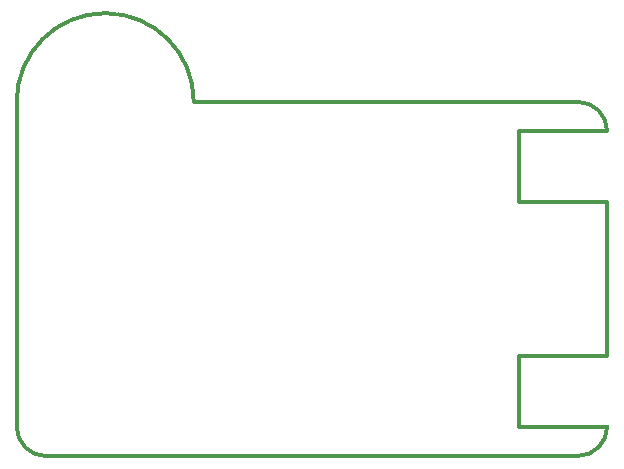
<source format=gbr>
G04 #@! TF.FileFunction,Profile,NP*
%FSLAX46Y46*%
G04 Gerber Fmt 4.6, Leading zero omitted, Abs format (unit mm)*
G04 Created by KiCad (PCBNEW 4.0.4-stable) date 03/09/17 11:08:24*
%MOMM*%
%LPD*%
G01*
G04 APERTURE LIST*
%ADD10C,0.500000*%
%ADD11C,0.300000*%
G04 APERTURE END LIST*
D10*
D11*
X50419000Y10381000D02*
X50419000Y20381000D01*
X419000Y10381000D02*
X419000Y20381000D01*
X42919000Y21881000D02*
X42919000Y27881000D01*
X50419000Y20381000D02*
X50419000Y21881000D01*
X50419000Y8881000D02*
X50419000Y10381000D01*
X42919000Y2881000D02*
X42919000Y8881000D01*
X50419000Y21881000D02*
X42919000Y21881000D01*
X42919000Y27881000D02*
X50419000Y27881000D01*
X50419000Y2881000D02*
X42919000Y2881000D01*
X42919000Y8881000D02*
X50419000Y8881000D01*
X47919000Y30381000D02*
X15419000Y30381000D01*
X419000Y27881000D02*
X419000Y30381000D01*
X15419000Y30381000D02*
G75*
G03X7919000Y37881000I-7500000J0D01*
G01*
X7919000Y37881000D02*
G75*
G03X419000Y30381000I0J-7500000D01*
G01*
X419000Y2881000D02*
X419000Y10381000D01*
X419000Y20381000D02*
X419000Y27881000D01*
X47919000Y381000D02*
X2919000Y381000D01*
X419000Y2881000D02*
G75*
G03X2919000Y381000I2500000J0D01*
G01*
X50419000Y27881000D02*
G75*
G03X47919000Y30381000I-2500000J0D01*
G01*
X47919000Y381000D02*
G75*
G03X50419000Y2881000I0J2500000D01*
G01*
M02*

</source>
